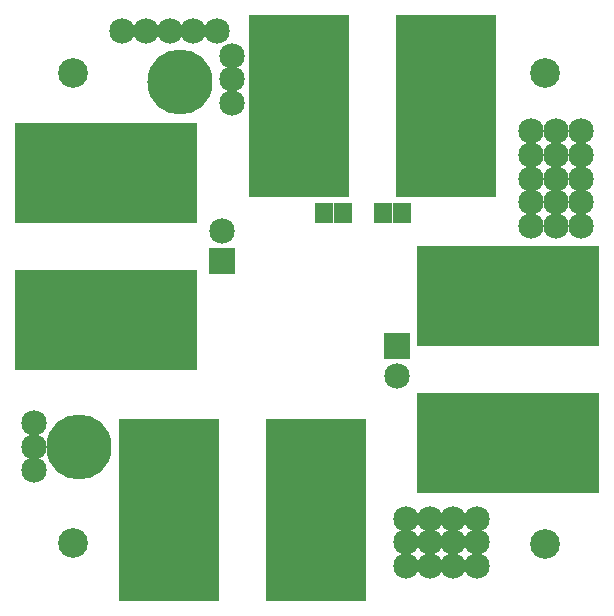
<source format=gts>
G04 Layer_Color=8388736*
%FSLAX23Y23*%
%MOIN*%
G70*
G01*
G75*
%ADD24R,0.059X0.071*%
%ADD25C,0.099*%
%ADD26R,0.611X0.335*%
%ADD27R,0.335X0.611*%
%ADD28C,0.217*%
%ADD29C,0.085*%
%ADD30R,0.085X0.085*%
%ADD31C,0.045*%
%ADD32C,0.040*%
D24*
X2846Y3374D02*
D03*
X2909D02*
D03*
X3106D02*
D03*
X3043D02*
D03*
D25*
X2008Y2273D02*
D03*
X2008Y3839D02*
D03*
X3583D02*
D03*
X3583Y2272D02*
D03*
D26*
X2119Y3016D02*
D03*
Y3508D02*
D03*
X3459Y3098D02*
D03*
Y2606D02*
D03*
D27*
X3252Y3730D02*
D03*
X2760D02*
D03*
X2327Y2385D02*
D03*
X2819D02*
D03*
D28*
X2366Y3811D02*
D03*
X2028Y2594D02*
D03*
D29*
X2504Y3313D02*
D03*
X3087Y2829D02*
D03*
X2173Y3980D02*
D03*
X2252D02*
D03*
X2331D02*
D03*
X2409D02*
D03*
X2488D02*
D03*
X2539Y3898D02*
D03*
Y3819D02*
D03*
Y3740D02*
D03*
X3118Y2197D02*
D03*
X3197D02*
D03*
X3276D02*
D03*
X3354D02*
D03*
Y2276D02*
D03*
X3276D02*
D03*
X3197D02*
D03*
X3118D02*
D03*
X3354Y2354D02*
D03*
X3276D02*
D03*
X3197D02*
D03*
X3118D02*
D03*
X3701Y3646D02*
D03*
Y3567D02*
D03*
Y3488D02*
D03*
Y3409D02*
D03*
Y3331D02*
D03*
X3618Y3646D02*
D03*
Y3567D02*
D03*
Y3488D02*
D03*
Y3409D02*
D03*
Y3331D02*
D03*
X3535D02*
D03*
Y3409D02*
D03*
Y3488D02*
D03*
Y3567D02*
D03*
Y3646D02*
D03*
X1878Y2673D02*
D03*
Y2594D02*
D03*
Y2516D02*
D03*
D30*
X2504Y3213D02*
D03*
X3087Y2929D02*
D03*
D31*
X2382Y3457D02*
D03*
Y3508D02*
D03*
Y3559D02*
D03*
X2335D02*
D03*
Y3508D02*
D03*
Y3457D02*
D03*
X2287Y3559D02*
D03*
Y3508D02*
D03*
Y3457D02*
D03*
X2240Y3559D02*
D03*
Y3508D02*
D03*
Y3457D02*
D03*
X1858D02*
D03*
Y3508D02*
D03*
Y3559D02*
D03*
X1906Y3457D02*
D03*
Y3508D02*
D03*
Y3559D02*
D03*
X1953Y3457D02*
D03*
Y3508D02*
D03*
Y3559D02*
D03*
X2000D02*
D03*
Y3508D02*
D03*
Y3457D02*
D03*
X2051D02*
D03*
Y3508D02*
D03*
Y3559D02*
D03*
X2098Y3457D02*
D03*
Y3508D02*
D03*
Y3559D02*
D03*
X2146Y3457D02*
D03*
Y3508D02*
D03*
Y3559D02*
D03*
X2193D02*
D03*
Y3508D02*
D03*
Y3457D02*
D03*
X2382Y2965D02*
D03*
Y3016D02*
D03*
Y3067D02*
D03*
X2335D02*
D03*
Y3016D02*
D03*
Y2965D02*
D03*
X2287Y3067D02*
D03*
Y3016D02*
D03*
Y2965D02*
D03*
X2240Y3067D02*
D03*
Y3016D02*
D03*
Y2965D02*
D03*
X1858D02*
D03*
Y3016D02*
D03*
Y3067D02*
D03*
X1906Y2965D02*
D03*
Y3016D02*
D03*
Y3067D02*
D03*
X1953Y2965D02*
D03*
Y3016D02*
D03*
Y3067D02*
D03*
X2000D02*
D03*
Y3016D02*
D03*
Y2965D02*
D03*
X2051D02*
D03*
Y3016D02*
D03*
Y3067D02*
D03*
X2098Y2965D02*
D03*
Y3016D02*
D03*
Y3067D02*
D03*
X2146Y2965D02*
D03*
Y3016D02*
D03*
Y3067D02*
D03*
X2193D02*
D03*
Y3016D02*
D03*
Y2965D02*
D03*
X2811Y3992D02*
D03*
X2760D02*
D03*
X2709D02*
D03*
Y3945D02*
D03*
X2760D02*
D03*
X2811D02*
D03*
X2709Y3898D02*
D03*
X2760D02*
D03*
X2811D02*
D03*
X2709Y3850D02*
D03*
X2760D02*
D03*
X2811D02*
D03*
Y3469D02*
D03*
X2760D02*
D03*
X2709D02*
D03*
X2811Y3516D02*
D03*
X2760D02*
D03*
X2709D02*
D03*
X2811Y3563D02*
D03*
X2760D02*
D03*
X2709D02*
D03*
Y3610D02*
D03*
X2760D02*
D03*
X2811D02*
D03*
Y3661D02*
D03*
X2760D02*
D03*
X2709D02*
D03*
X2811Y3709D02*
D03*
X2760D02*
D03*
X2709D02*
D03*
X2811Y3756D02*
D03*
X2760D02*
D03*
X2709D02*
D03*
Y3803D02*
D03*
X2760D02*
D03*
X2811D02*
D03*
X3303Y3992D02*
D03*
X3252D02*
D03*
X3201D02*
D03*
Y3945D02*
D03*
X3252D02*
D03*
X3303D02*
D03*
X3201Y3898D02*
D03*
X3252D02*
D03*
X3303D02*
D03*
X3201Y3850D02*
D03*
X3252D02*
D03*
X3303D02*
D03*
Y3469D02*
D03*
X3252D02*
D03*
X3201D02*
D03*
X3303Y3516D02*
D03*
X3252D02*
D03*
X3201D02*
D03*
X3303Y3563D02*
D03*
X3252D02*
D03*
X3201D02*
D03*
Y3610D02*
D03*
X3252D02*
D03*
X3303D02*
D03*
Y3661D02*
D03*
X3252D02*
D03*
X3201D02*
D03*
X3303Y3709D02*
D03*
X3252D02*
D03*
X3201D02*
D03*
X3303Y3756D02*
D03*
X3252D02*
D03*
X3201D02*
D03*
Y3803D02*
D03*
X3252D02*
D03*
X3303D02*
D03*
X3197Y2657D02*
D03*
Y2606D02*
D03*
Y2555D02*
D03*
X3244D02*
D03*
Y2606D02*
D03*
Y2657D02*
D03*
X3291Y2555D02*
D03*
Y2606D02*
D03*
Y2657D02*
D03*
X3339Y2555D02*
D03*
Y2606D02*
D03*
Y2657D02*
D03*
X3720D02*
D03*
Y2606D02*
D03*
Y2555D02*
D03*
X3673Y2657D02*
D03*
Y2606D02*
D03*
Y2555D02*
D03*
X3626Y2657D02*
D03*
Y2606D02*
D03*
Y2555D02*
D03*
X3579D02*
D03*
Y2606D02*
D03*
Y2657D02*
D03*
X3528D02*
D03*
Y2606D02*
D03*
Y2555D02*
D03*
X3480Y2657D02*
D03*
Y2606D02*
D03*
Y2555D02*
D03*
X3433Y2657D02*
D03*
Y2606D02*
D03*
Y2555D02*
D03*
X3386D02*
D03*
Y2606D02*
D03*
Y2657D02*
D03*
X3197Y3150D02*
D03*
Y3098D02*
D03*
Y3047D02*
D03*
X3244D02*
D03*
Y3098D02*
D03*
Y3150D02*
D03*
X3291Y3047D02*
D03*
Y3098D02*
D03*
Y3150D02*
D03*
X3339Y3047D02*
D03*
Y3098D02*
D03*
Y3150D02*
D03*
X3720D02*
D03*
Y3098D02*
D03*
Y3047D02*
D03*
X3673Y3150D02*
D03*
Y3098D02*
D03*
Y3047D02*
D03*
X3626Y3150D02*
D03*
Y3098D02*
D03*
Y3047D02*
D03*
X3579D02*
D03*
Y3098D02*
D03*
Y3150D02*
D03*
X3528D02*
D03*
Y3098D02*
D03*
Y3047D02*
D03*
X3480Y3150D02*
D03*
Y3098D02*
D03*
Y3047D02*
D03*
X3433Y3150D02*
D03*
Y3098D02*
D03*
Y3047D02*
D03*
X3386D02*
D03*
Y3098D02*
D03*
Y3150D02*
D03*
X2768Y2122D02*
D03*
X2819D02*
D03*
X2870D02*
D03*
Y2169D02*
D03*
X2819D02*
D03*
X2768D02*
D03*
X2870Y2217D02*
D03*
X2819D02*
D03*
X2768D02*
D03*
X2870Y2264D02*
D03*
X2819D02*
D03*
X2768D02*
D03*
Y2646D02*
D03*
X2819D02*
D03*
X2870D02*
D03*
X2768Y2598D02*
D03*
X2819D02*
D03*
X2870D02*
D03*
X2768Y2551D02*
D03*
X2819D02*
D03*
X2870D02*
D03*
Y2504D02*
D03*
X2819D02*
D03*
X2768D02*
D03*
Y2453D02*
D03*
X2819D02*
D03*
X2870D02*
D03*
X2768Y2406D02*
D03*
X2819D02*
D03*
X2870D02*
D03*
X2768Y2358D02*
D03*
X2819D02*
D03*
X2870D02*
D03*
Y2311D02*
D03*
X2819D02*
D03*
X2768D02*
D03*
X2276Y2122D02*
D03*
X2327D02*
D03*
X2378D02*
D03*
Y2169D02*
D03*
X2327D02*
D03*
X2276D02*
D03*
X2378Y2217D02*
D03*
X2327D02*
D03*
X2276D02*
D03*
X2378Y2264D02*
D03*
X2327D02*
D03*
X2276D02*
D03*
Y2646D02*
D03*
X2327D02*
D03*
X2378D02*
D03*
X2276Y2598D02*
D03*
X2327D02*
D03*
X2378D02*
D03*
X2276Y2551D02*
D03*
X2327D02*
D03*
X2378D02*
D03*
Y2504D02*
D03*
X2327D02*
D03*
X2276D02*
D03*
Y2453D02*
D03*
X2327D02*
D03*
X2378D02*
D03*
X2276Y2406D02*
D03*
X2327D02*
D03*
X2378D02*
D03*
X2276Y2358D02*
D03*
X2327D02*
D03*
X2378D02*
D03*
Y2311D02*
D03*
X2327D02*
D03*
X2276D02*
D03*
D32*
X2256Y3618D02*
D03*
X2217D02*
D03*
X2177D02*
D03*
X2138D02*
D03*
X2098D02*
D03*
X2059D02*
D03*
X2020D02*
D03*
X1980D02*
D03*
Y3402D02*
D03*
X2020D02*
D03*
X2059D02*
D03*
X2098D02*
D03*
X2138D02*
D03*
X2177D02*
D03*
X2217D02*
D03*
X2256D02*
D03*
Y3126D02*
D03*
X2217D02*
D03*
X2177D02*
D03*
X2138D02*
D03*
X2098D02*
D03*
X2059D02*
D03*
X2020D02*
D03*
X1980D02*
D03*
Y2909D02*
D03*
X2020D02*
D03*
X2059D02*
D03*
X2098D02*
D03*
X2138D02*
D03*
X2177D02*
D03*
X2217D02*
D03*
X2256D02*
D03*
X2650Y3866D02*
D03*
Y3827D02*
D03*
Y3787D02*
D03*
Y3748D02*
D03*
Y3709D02*
D03*
Y3669D02*
D03*
Y3630D02*
D03*
Y3591D02*
D03*
X2866D02*
D03*
Y3630D02*
D03*
Y3669D02*
D03*
Y3709D02*
D03*
Y3748D02*
D03*
Y3787D02*
D03*
Y3827D02*
D03*
Y3866D02*
D03*
X3142D02*
D03*
Y3827D02*
D03*
Y3787D02*
D03*
Y3748D02*
D03*
Y3709D02*
D03*
Y3669D02*
D03*
Y3630D02*
D03*
Y3591D02*
D03*
X3358D02*
D03*
Y3630D02*
D03*
Y3669D02*
D03*
Y3709D02*
D03*
Y3748D02*
D03*
Y3787D02*
D03*
Y3827D02*
D03*
Y3866D02*
D03*
X3323Y2496D02*
D03*
X3362D02*
D03*
X3402D02*
D03*
X3441D02*
D03*
X3480D02*
D03*
X3520D02*
D03*
X3559D02*
D03*
X3598D02*
D03*
Y2713D02*
D03*
X3559D02*
D03*
X3520D02*
D03*
X3480D02*
D03*
X3441D02*
D03*
X3402D02*
D03*
X3362D02*
D03*
X3323D02*
D03*
Y2988D02*
D03*
X3362D02*
D03*
X3402D02*
D03*
X3441D02*
D03*
X3480D02*
D03*
X3520D02*
D03*
X3559D02*
D03*
X3598D02*
D03*
Y3205D02*
D03*
X3559D02*
D03*
X3520D02*
D03*
X3480D02*
D03*
X3441D02*
D03*
X3402D02*
D03*
X3362D02*
D03*
X3323D02*
D03*
X2929Y2248D02*
D03*
Y2287D02*
D03*
Y2327D02*
D03*
Y2366D02*
D03*
Y2406D02*
D03*
Y2445D02*
D03*
Y2484D02*
D03*
Y2524D02*
D03*
X2713D02*
D03*
Y2484D02*
D03*
Y2445D02*
D03*
Y2406D02*
D03*
Y2366D02*
D03*
Y2327D02*
D03*
Y2287D02*
D03*
Y2248D02*
D03*
X2437D02*
D03*
Y2287D02*
D03*
Y2327D02*
D03*
Y2366D02*
D03*
Y2406D02*
D03*
Y2445D02*
D03*
Y2484D02*
D03*
Y2524D02*
D03*
X2220D02*
D03*
Y2484D02*
D03*
Y2445D02*
D03*
Y2406D02*
D03*
Y2366D02*
D03*
Y2327D02*
D03*
Y2287D02*
D03*
Y2248D02*
D03*
M02*

</source>
